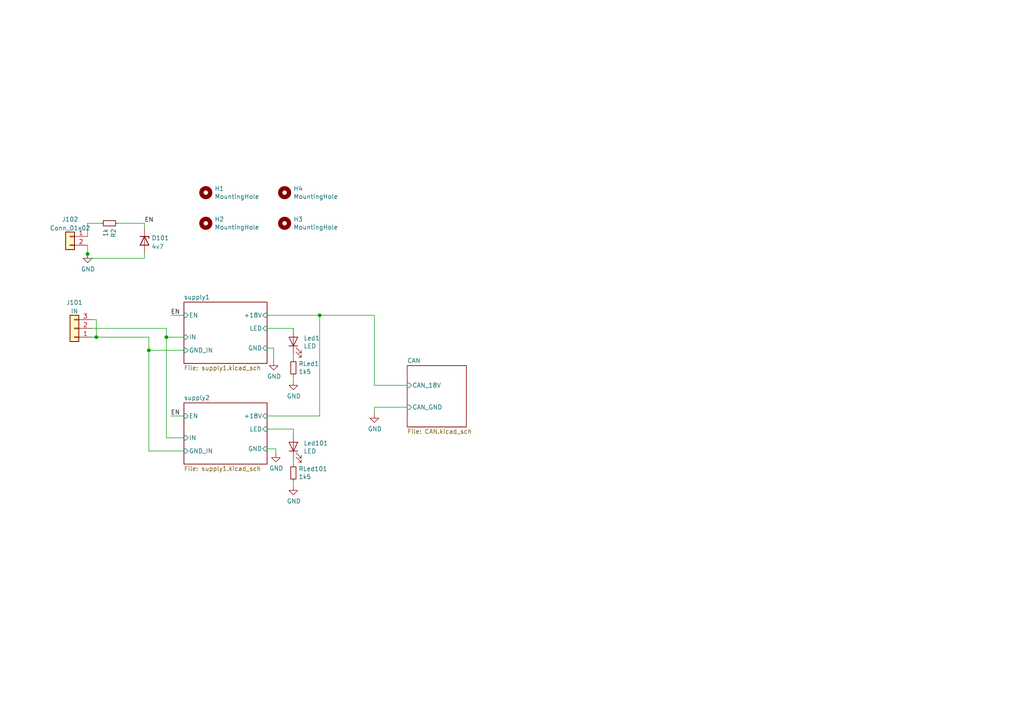
<source format=kicad_sch>
(kicad_sch (version 20211123) (generator eeschema)
  (paper "A4")
  (lib_symbols
    (symbol "Connector_Generic:Conn_01x02" (pin_names (offset 1.016) hide)
      (property "Reference" "J" (at 0 2.54 0))
      (property "Value" "Conn_01x02" (at 0 -5.08 0))
      (symbol "Conn_01x02_1_1"
        (rectangle (start -1.27 -2.413) (end 0 -2.667) (stroke (width 0.1524)))
        (rectangle (start -1.27 0.127) (end 0 -0.127) (stroke (width 0.1524)))
        (rectangle (start -1.27 1.27) (end 1.27 -3.81) (stroke (width 0.254)) (fill (type background)))
        (pin passive line (at -5.08 0 0) (length 3.81) (name "Pin_1") (number "1"))
        (pin passive line (at -5.08 -2.54 0) (length 3.81) (name "Pin_2") (number "2"))
      )
    )
    (symbol "Connector_Generic:Conn_01x03" (pin_names (offset 1.016) hide)
      (property "Reference" "J" (at 0 5.08 0))
      (property "Value" "Conn_01x03" (at 0 -5.08 0))
      (symbol "Conn_01x03_1_1"
        (rectangle (start -1.27 -2.413) (end 0 -2.667) (stroke (width 0.1524)))
        (rectangle (start -1.27 0.127) (end 0 -0.127) (stroke (width 0.1524)))
        (rectangle (start -1.27 2.667) (end 0 2.413) (stroke (width 0.1524)))
        (rectangle (start -1.27 3.81) (end 1.27 -3.81) (stroke (width 0.254)) (fill (type background)))
        (pin passive line (at -5.08 2.54 0) (length 3.81) (name "Pin_1") (number "1"))
        (pin passive line (at -5.08 0 0) (length 3.81) (name "Pin_2") (number "2"))
        (pin passive line (at -5.08 -2.54 0) (length 3.81) (name "Pin_3") (number "3"))
      )
    )
    (symbol "Device:D_Zener" (pin_numbers hide) (pin_names (offset 1.016) hide)
      (property "Reference" "D" (at 0 2.54 0))
      (property "Value" "D_Zener" (at 0 -2.54 0))
      (symbol "D_Zener_0_1"
        (polyline (pts (xy 1.27 0) (xy -1.27 0)))
        (polyline (pts (xy -1.27 -1.27) (xy -1.27 1.27) (xy -0.762 1.27)) (stroke (width 0.254)))
        (polyline (pts (xy 1.27 -1.27) (xy 1.27 1.27) (xy -1.27 0) (xy 1.27 -1.27)) (stroke (width 0.254)))
      )
      (symbol "D_Zener_1_1"
        (pin passive line (at -3.81 0 0) (length 2.54) (name "K") (number "1"))
        (pin passive line (at 3.81 0 180) (length 2.54) (name "A") (number "2"))
      )
    )
    (symbol "Mechanical:MountingHole" (pin_names (offset 1.016))
      (property "Reference" "H" (at 0 5.08 0))
      (property "Value" "MountingHole" (at 0 3.175 0))
      (symbol "MountingHole_0_1"
        (circle (center 0 0) (radius 1.27) (stroke (width 1.27)))
      )
    )
    (symbol "fonte_18V-rescue:GND-power" (power) (pin_names (offset 0))
      (property "Value" "GND-power" (at 0 -3.81 0))
      (symbol "GND-power_0_1"
        (polyline (pts (xy 0 0) (xy 0 -1.27) (xy 1.27 -1.27) (xy 0 -2.54) (xy -1.27 -1.27) (xy 0 -1.27)))
      )
      (symbol "GND-power_1_1"
        (pin power_in line (at 0 0 270) (length 0) hide (name "GND") (number "1"))
      )
    )
    (symbol "fonte_18V-rescue:LED-Device" (pin_numbers hide) (pin_names (offset 1.016) hide)
      (property "Reference" "D" (at 0 2.54 0))
      (property "Value" "LED-Device" (at 0 -2.54 0))
      (symbol "LED-Device_0_1"
        (polyline (pts (xy -1.27 -1.27) (xy -1.27 1.27)) (stroke (width 0.2032)))
        (polyline (pts (xy -1.27 0) (xy 1.27 0)))
        (polyline (pts (xy 1.27 -1.27) (xy 1.27 1.27) (xy -1.27 0) (xy 1.27 -1.27)) (stroke (width 0.2032)))
        (polyline (pts (xy -3.048 -0.762) (xy -4.572 -2.286) (xy -3.81 -2.286) (xy -4.572 -2.286) (xy -4.572 -1.524)))
        (polyline (pts (xy -1.778 -0.762) (xy -3.302 -2.286) (xy -2.54 -2.286) (xy -3.302 -2.286) (xy -3.302 -1.524)))
      )
      (symbol "LED-Device_1_1"
        (pin passive line (at -3.81 0 0) (length 2.54) (name "K") (number "1"))
        (pin passive line (at 3.81 0 180) (length 2.54) (name "A") (number "2"))
      )
    )
    (symbol "fonte_18V-rescue:R_Small-Device" (pin_numbers hide) (pin_names (offset 0.254) hide)
      (property "Reference" "R" (at 0.762 0.508 0))
      (property "Value" "R_Small-Device" (at 0.762 -1.016 0))
      (symbol "R_Small-Device_0_1"
        (rectangle (start -0.762 1.778) (end 0.762 -1.778) (stroke (width 0.2032)))
      )
      (symbol "R_Small-Device_1_1"
        (pin passive line (at 0 2.54 270) (length 0.762) (name "~") (number "1"))
        (pin passive line (at 0 -2.54 90) (length 0.762) (name "~") (number "2"))
      )
    )
  )
  (junction (at 27.94 97.79))
  (junction (at 43.18 101.6))
  (junction (at 92.71 91.44))
  (junction (at 25.4 73.66))
  (junction (at 48.26 97.79))
  (wire (pts (xy 41.91 74.93) (xy 41.91 73.66)))
  (wire (pts (xy 25.4 74.93) (xy 25.4 73.66)))
  (wire (pts (xy 53.34 97.79) (xy 48.26 97.79)))
  (wire (pts (xy 25.4 68.58) (xy 25.4 64.77)))
  (wire (pts (xy 43.18 101.6) (xy 43.18 130.81)))
  (wire (pts (xy 85.09 133.35) (xy 85.09 134.62)))
  (wire (pts (xy 26.67 92.71) (xy 27.94 92.71)))
  (wire (pts (xy 108.585 111.76) (xy 118.11 111.76)))
  (wire (pts (xy 27.94 97.79) (xy 43.18 97.79)))
  (wire (pts (xy 48.26 97.79) (xy 48.26 127)))
  (wire (pts (xy 26.67 97.79) (xy 27.94 97.79)))
  (wire (pts (xy 118.11 118.11) (xy 108.585 118.11)))
  (wire (pts (xy 85.09 139.7) (xy 85.09 140.97)))
  (wire (pts (xy 108.585 91.44) (xy 108.585 111.76)))
  (wire (pts (xy 48.26 95.25) (xy 48.26 97.79)))
  (wire (pts (xy 85.09 124.46) (xy 85.09 125.73)))
  (wire (pts (xy 77.47 130.175) (xy 80.01 130.175)))
  (wire (pts (xy 85.09 109.22) (xy 85.09 110.49)))
  (wire (pts (xy 92.71 91.44) (xy 108.585 91.44)))
  (wire (pts (xy 108.585 118.11) (xy 108.585 120.015)))
  (wire (pts (xy 34.29 64.77) (xy 41.91 64.77)))
  (wire (pts (xy 79.375 100.965) (xy 79.375 104.775)))
  (wire (pts (xy 77.47 91.44) (xy 92.71 91.44)))
  (wire (pts (xy 80.01 130.175) (xy 80.01 131.445)))
  (wire (pts (xy 77.47 100.965) (xy 79.375 100.965)))
  (wire (pts (xy 53.34 130.81) (xy 43.18 130.81)))
  (wire (pts (xy 25.4 74.93) (xy 41.91 74.93)))
  (wire (pts (xy 26.67 95.25) (xy 48.26 95.25)))
  (wire (pts (xy 27.94 92.71) (xy 27.94 97.79)))
  (wire (pts (xy 48.26 127) (xy 53.34 127)))
  (wire (pts (xy 77.47 124.46) (xy 85.09 124.46)))
  (wire (pts (xy 25.4 64.77) (xy 29.21 64.77)))
  (wire (pts (xy 77.47 95.25) (xy 85.09 95.25)))
  (wire (pts (xy 49.53 91.44) (xy 53.34 91.44)))
  (wire (pts (xy 43.18 97.79) (xy 43.18 101.6)))
  (wire (pts (xy 77.47 120.65) (xy 92.71 120.65)))
  (wire (pts (xy 85.09 102.87) (xy 85.09 104.14)))
  (wire (pts (xy 92.71 120.65) (xy 92.71 91.44)))
  (wire (pts (xy 49.53 120.65) (xy 53.34 120.65)))
  (wire (pts (xy 43.18 101.6) (xy 53.34 101.6)))
  (wire (pts (xy 41.91 64.77) (xy 41.91 66.04)))
  (wire (pts (xy 25.4 71.12) (xy 25.4 73.66)))
  (label "EN" (at 49.53 91.44 0))
  (label "EN" (at 49.53 120.65 0))
  (label "EN" (at 41.91 64.77 0))
  (symbol (lib_id "fonte_18V-rescue:R_Small-Device") (at 85.09 106.68 0) (unit 1)
    (property "Reference" "RLed1" (at 86.5886 105.5116 0) (effects (justify left)))
    (property "Value" "1k5" (at 86.5886 107.823 0) (effects (justify left)))
    (property "Footprint" "Resistor_SMD:R_0805_2012Metric_Pad1.20x1.40mm_HandSolder" (effects hide))
  )
  (symbol (lib_id "fonte_18V-rescue:LED-Device") (at 85.09 99.06 90) (unit 1)
    (property "Reference" "Led1" (at 88.0618 98.0694 90) (effects (justify right)))
    (property "Value" "LED" (at 88.0618 100.3808 90) (effects (justify right)))
    (property "Footprint" "LED_SMD:LED_0805_2012Metric_Pad1.15x1.40mm_HandSolder" (effects hide))
  )
  (symbol (lib_id "fonte_18V-rescue:R_Small-Device") (at 31.75 64.77 270) (unit 1)
    (property "Reference" "R2" (at 32.9184 66.2686 0) (effects (justify left)))
    (property "Value" "1k" (at 30.607 66.2686 0) (effects (justify left)))
    (property "Footprint" "Resistor_SMD:R_0805_2012Metric_Pad1.20x1.40mm_HandSolder" (effects hide))
  )
  (symbol (lib_id "fonte_18V-rescue:GND-power") (at 25.4 73.66 0) (unit 1)
    (property "Reference" "#PWR01" (effects hide))
    (property "Value" "GND" (at 25.527 78.0542 0))
  )
  (symbol (lib_id "Mechanical:MountingHole") (at 82.55 55.88 0) (unit 1)
    (property "Reference" "H4" (at 85.09 54.7116 0) (effects (justify left)))
    (property "Value" "MountingHole" (at 85.09 57.023 0) (effects (justify left)))
    (property "Footprint" "MountingHole:MountingHole_3.2mm_M3" (effects hide))
  )
  (symbol (lib_id "Mechanical:MountingHole") (at 82.55 64.77 0) (unit 1)
    (property "Reference" "H3" (at 85.09 63.6016 0) (effects (justify left)))
    (property "Value" "MountingHole" (at 85.09 65.913 0) (effects (justify left)))
    (property "Footprint" "MountingHole:MountingHole_3.2mm_M3" (effects hide))
  )
  (symbol (lib_id "Mechanical:MountingHole") (at 59.69 64.77 0) (unit 1)
    (property "Reference" "H2" (at 62.23 63.6016 0) (effects (justify left)))
    (property "Value" "MountingHole" (at 62.23 65.913 0) (effects (justify left)))
    (property "Footprint" "MountingHole:MountingHole_3.2mm_M3" (effects hide))
  )
  (symbol (lib_id "Mechanical:MountingHole") (at 59.69 55.88 0) (unit 1)
    (property "Reference" "H1" (at 62.23 54.7116 0) (effects (justify left)))
    (property "Value" "MountingHole" (at 62.23 57.023 0) (effects (justify left)))
    (property "Footprint" "MountingHole:MountingHole_3.2mm_M3" (effects hide))
  )
  (symbol (lib_id "fonte_18V-rescue:R_Small-Device") (at 85.09 137.16 0) (unit 1)
    (property "Reference" "RLed101" (at 86.5886 135.9916 0) (effects (justify left)))
    (property "Value" "1k5" (at 86.5886 138.303 0) (effects (justify left)))
    (property "Footprint" "Resistor_SMD:R_0805_2012Metric_Pad1.20x1.40mm_HandSolder" (effects hide))
  )
  (symbol (lib_id "fonte_18V-rescue:GND-power") (at 85.09 110.49 0) (unit 1)
    (property "Reference" "#PWR0102" (effects hide))
    (property "Value" "GND" (at 85.217 114.8842 0))
  )
  (symbol (lib_id "fonte_18V-rescue:GND-power") (at 108.585 120.015 0) (unit 1)
    (property "Reference" "#PWR0106" (effects hide))
    (property "Value" "GND" (at 108.712 124.4092 0))
  )
  (symbol (lib_id "fonte_18V-rescue:GND-power") (at 79.375 104.775 0) (unit 1)
    (property "Reference" "#PWR0104" (effects hide))
    (property "Value" "GND" (at 79.502 109.1692 0))
  )
  (symbol (lib_id "fonte_18V-rescue:LED-Device") (at 85.09 129.54 90) (unit 1)
    (property "Reference" "Led101" (at 88.0618 128.5494 90) (effects (justify right)))
    (property "Value" "LED" (at 88.0618 130.8608 90) (effects (justify right)))
    (property "Footprint" "LED_SMD:LED_0805_2012Metric_Pad1.15x1.40mm_HandSolder" (effects hide))
  )
  (symbol (lib_id "Device:D_Zener") (at 41.91 69.85 270) (unit 1)
    (property "Reference" "D101" (at 43.942 69.0153 90) (effects (justify left)))
    (property "Value" "4v7" (at 43.942 71.5522 90) (effects (justify left)))
    (property "Footprint" "Diode_SMD:D_MiniMELF" (effects hide))
  )
  (symbol (lib_id "fonte_18V-rescue:GND-power") (at 85.09 140.97 0) (unit 1)
    (property "Reference" "#PWR0105" (effects hide))
    (property "Value" "GND" (at 85.217 145.3642 0))
  )
  (symbol (lib_id "Connector_Generic:Conn_01x03") (at 21.59 95.25 180) (unit 1)
    (property "Reference" "J101" (at 21.59 87.7402 0))
    (property "Value" "IN" (at 21.59 90.2771 0))
    (property "Footprint" "TerminalBlock:TerminalBlock_bornier-3_P5.08mm" (effects hide))
  )
  (symbol (lib_id "Connector_Generic:Conn_01x02") (at 20.32 68.58 0) (mirror y) (unit 1)
    (property "Reference" "J102" (at 20.32 63.6102 0))
    (property "Value" "Conn_01x02" (at 20.32 66.1471 0))
    (property "Footprint" "TerminalBlock:TerminalBlock_bornier-2_P5.08mm" (effects hide))
  )
  (symbol (lib_id "fonte_18V-rescue:GND-power") (at 80.01 131.445 0) (unit 1)
    (property "Reference" "#PWR0111" (effects hide))
    (property "Value" "GND" (at 80.137 135.8392 0))
  )
  (sheet (at 118.11 106.045) (size 17.145 17.78) (stroke (width 0.1524))
    (property "Sheet name" "CAN" (at 118.11 105.3334 0) (effects (justify left bottom)))
    (property "Sheet file" "CAN.kicad_sch" (at 118.11 124.4096 0) (effects (justify left top)))
    (pin "CAN_GND" input (at 118.11 118.11 180))
    (pin "CAN_18V" input (at 118.11 111.76 180))
  )
  (sheet (at 53.34 116.84) (size 24.13 17.78) (stroke (width 0.1524))
    (property "Sheet name" "supply2" (at 53.34 116.1284 0) (effects (justify left bottom)))
    (property "Sheet file" "supply1.kicad_sch" (at 53.34 135.2046 0) (effects (justify left top)))
    (pin "EN" input (at 53.34 120.65 180))
    (pin "+18V" input (at 77.47 120.65 0))
    (pin "IN" input (at 53.34 127 180))
    (pin "GND" input (at 77.47 130.175 0))
    (pin "GND_IN" input (at 53.34 130.81 180))
    (pin "LED" input (at 77.47 124.46 0))
  )
  (sheet (at 53.34 87.63) (size 24.13 17.78) (stroke (width 0.1524))
    (property "Sheet name" "supply1" (at 53.34 86.9184 0) (effects (justify left bottom)))
    (property "Sheet file" "supply1.kicad_sch" (at 53.34 105.9946 0) (effects (justify left top)))
    (pin "EN" input (at 53.34 91.44 180))
    (pin "+18V" input (at 77.47 91.44 0))
    (pin "IN" input (at 53.34 97.79 180))
    (pin "GND" input (at 77.47 100.965 0))
    (pin "GND_IN" input (at 53.34 101.6 180))
    (pin "LED" input (at 77.47 95.25 0))
  )
)
</source>
